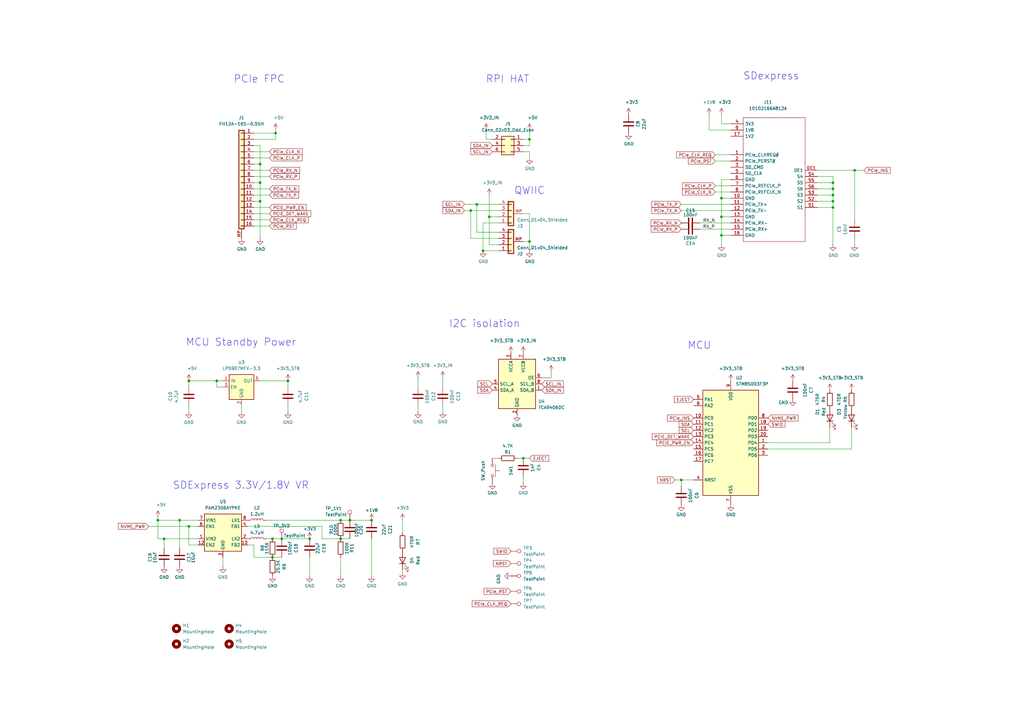
<source format=kicad_sch>
(kicad_sch (version 20231120) (generator "eeschema") (generator_version "8.0")
  (paper "A3")
  (title_block (title "Micro SDexpress Hat for RPI5") (date "2025-07-26") (rev "1.0") (company "Will Whang"))
  (lib_symbols
    (symbol "10102166A812A:10102166A812A" (pin_names (offset 0.762))
      (property "Reference" "J11" (at 39.37 6.3186 0))
      (property "Value" "10102166A812A" (at 39.37 3.7786 0))
      (symbol "10102166A812A_0_0"
        (pin passive line (at 59.69 -21.59 180) (length 5.08) (name "DE1") (number "DE1"))
        (pin passive line (at 59.69 -36.83 180) (length 5.08) (name "S1") (number "S1"))
        (pin passive line (at 59.69 -34.29 180) (length 5.08) (name "S2") (number "S2"))
        (pin passive line (at 59.69 -31.75 180) (length 5.08) (name "S3") (number "S3"))
        (pin passive line (at 59.69 -24.13 180) (length 5.08) (name "S4") (number "S4"))
        (pin passive line (at 59.69 -26.67 180) (length 5.08) (name "S5") (number "S5"))
        (pin passive line (at 59.69 -29.21 180) (length 5.08) (name "S6") (number "S6"))
      )
      (symbol "10102166A812A_1_0"
        (pin passive line (at 24.13 -15.24 0) (length 5.08) (name "PCIe_CLKREQ#") (number "1"))
        (pin passive line (at 24.13 -33.02 0) (length 5.08) (name "GND") (number "10"))
        (pin passive line (at 24.13 -35.56 0) (length 5.08) (name "PCIe_TX+") (number "11"))
        (pin passive line (at 24.13 -38.1 0) (length 5.08) (name "PCIe_TX-") (number "12"))
        (pin passive line (at 24.13 -40.64 0) (length 5.08) (name "GND") (number "13"))
        (pin passive line (at 24.13 -43.18 0) (length 5.08) (name "PCIe_RX-") (number "14"))
        (pin passive line (at 24.13 -45.72 0) (length 5.08) (name "PCIe_RX+") (number "15"))
        (pin passive line (at 24.13 -48.26 0) (length 5.08) (name "GND") (number "16"))
        (pin passive line (at 24.13 -7.62 0) (length 5.08) (name "1V2") (number "17"))
        (pin passive line (at 24.13 -17.78 0) (length 5.08) (name "PCIe_PERST#") (number "2"))
        (pin passive line (at 24.13 -20.32 0) (length 5.08) (name "SD_CMD") (number "3"))
        (pin passive line (at 24.13 -2.54 0) (length 5.08) (name "3V3") (number "4"))
        (pin passive line (at 24.13 -22.86 0) (length 5.08) (name "SD_CLK") (number "5"))
        (pin passive line (at 24.13 -25.4 0) (length 5.08) (name "GND") (number "6"))
        (pin passive line (at 24.13 -27.94 0) (length 5.08) (name "PCIe_REFCLK_P") (number "7"))
        (pin passive line (at 24.13 -30.48 0) (length 5.08) (name "PCIe_REFCLK_N") (number "8"))
        (pin passive line (at 24.13 -5.08 0) (length 5.08) (name "1V8") (number "9"))
      )
    )
    (symbol "Connector:TestPoint" (pin_numbers hide) (pin_names (offset 0.762) hide)
      (property "Reference" "TP" (at 0 6.858 0))
      (property "Value" "TestPoint" (at 0 5.08 0))
      (symbol "TestPoint_1_1"
        (pin passive line (at 0 0 90) (length 2.54) (name "1") (number "1"))
      )
    )
    (symbol "Connector_Generic:Conn_02x03_Odd_Even" (pin_names (offset 1.016) hide)
      (property "Reference" "J" (at 1.27 5.08 0))
      (property "Value" "Conn_02x03_Odd_Even" (at 1.27 -5.08 0))
      (symbol "Conn_02x03_Odd_Even_1_1"
        (pin passive line (at -5.08 2.54 0) (length 3.81) (name "Pin_1") (number "1"))
        (pin passive line (at 7.62 2.54 180) (length 3.81) (name "Pin_2") (number "2"))
        (pin passive line (at -5.08 0 0) (length 3.81) (name "Pin_3") (number "3"))
        (pin passive line (at 7.62 0 180) (length 3.81) (name "Pin_4") (number "4"))
        (pin passive line (at -5.08 -2.54 0) (length 3.81) (name "Pin_5") (number "5"))
        (pin passive line (at 7.62 -2.54 180) (length 3.81) (name "Pin_6") (number "6"))
      )
    )
    (symbol "Connector_Generic_Shielded:Conn_01x04_Shielded" (pin_names (offset 1.016) hide)
      (property "Reference" "J?" (at 2.54 0.0001 0))
      (property "Value" "Conn_01x04_Shielded" (at 2.54 -2.5399 0))
      (symbol "Conn_01x04_Shielded_1_1"
        (pin passive line (at -5.08 2.54 0) (length 4.064) (name "Pin_1") (number "1"))
        (pin passive line (at -5.08 0 0) (length 4.064) (name "Pin_2") (number "2"))
        (pin passive line (at -5.08 -2.54 0) (length 4.064) (name "Pin_3") (number "3"))
        (pin passive line (at -5.08 -5.08 0) (length 4.064) (name "Pin_4") (number "4"))
        (pin passive line (at 5.08 -1.27 180) (length 3.81) (name "Shield") (number "MP"))
      )
    )
    (symbol "Connector_Generic_Shielded:Conn_01x16_Shielded" (pin_names (offset 1.016) hide)
      (property "Reference" "J?" (at 0 24.13 0))
      (property "Value" "Conn_01x16_Shielded" (at 0 21.59 0))
      (symbol "Conn_01x16_Shielded_1_1"
        (pin passive line (at -5.08 17.78 0) (length 4.064) (name "Pin_1") (number "1"))
        (pin passive line (at -5.08 -5.08 0) (length 4.064) (name "Pin_10") (number "10"))
        (pin passive line (at -5.08 -7.62 0) (length 4.064) (name "Pin_11") (number "11"))
        (pin passive line (at -5.08 -10.16 0) (length 4.064) (name "Pin_12") (number "12"))
        (pin passive line (at -5.08 -12.7 0) (length 4.064) (name "Pin_13") (number "13"))
        (pin passive line (at -5.08 -15.24 0) (length 4.064) (name "Pin_14") (number "14"))
        (pin passive line (at -5.08 -17.78 0) (length 4.064) (name "Pin_15") (number "15"))
        (pin passive line (at -5.08 -20.32 0) (length 4.064) (name "Pin_16") (number "16"))
        (pin passive line (at -5.08 15.24 0) (length 4.064) (name "Pin_2") (number "2"))
        (pin passive line (at -5.08 12.7 0) (length 4.064) (name "Pin_3") (number "3"))
        (pin passive line (at -5.08 10.16 0) (length 4.064) (name "Pin_4") (number "4"))
        (pin passive line (at -5.08 7.62 0) (length 4.064) (name "Pin_5") (number "5"))
        (pin passive line (at -5.08 5.08 0) (length 4.064) (name "Pin_6") (number "6"))
        (pin passive line (at -5.08 2.54 0) (length 4.064) (name "Pin_7") (number "7"))
        (pin passive line (at -5.08 0 0) (length 4.064) (name "Pin_8") (number "8"))
        (pin passive line (at -5.08 -2.54 0) (length 4.064) (name "Pin_9") (number "9"))
        (pin passive line (at 0 -25.4 90) (length 3.81) (name "Shield") (number "MP"))
      )
    )
    (symbol "Device:C" (pin_numbers hide) (pin_names (offset 0.254))
      (property "Reference" "C" (at 0.635 2.54 0))
      (property "Value" "C" (at 0.635 -2.54 0))
      (symbol "C_1_1"
        (pin passive line (at 0 3.81 270) (length 2.794) (name "~") (number "1"))
        (pin passive line (at 0 -3.81 90) (length 2.794) (name "~") (number "2"))
      )
    )
    (symbol "Device:L" (pin_numbers hide) (pin_names (offset 1.016) hide)
      (property "Reference" "L" (at -1.27 0 90))
      (property "Value" "L" (at 1.905 0 90))
      (symbol "L_1_1"
        (pin passive line (at 0 3.81 270) (length 1.27) (name "1") (number "1"))
        (pin passive line (at 0 -3.81 90) (length 1.27) (name "2") (number "2"))
      )
    )
    (symbol "Device:LED" (pin_numbers hide) (pin_names (offset 1.016) hide)
      (property "Reference" "D" (at 0 2.54 0))
      (property "Value" "LED" (at 0 -2.54 0))
      (symbol "LED_1_1"
        (pin passive line (at -3.81 0 0) (length 2.54) (name "K") (number "1"))
        (pin passive line (at 3.81 0 180) (length 2.54) (name "A") (number "2"))
      )
    )
    (symbol "Device:R" (pin_numbers hide) (pin_names (offset 0))
      (property "Reference" "R" (at 2.032 0 90))
      (property "Value" "R" (at 0 0 90))
      (symbol "R_1_1"
        (pin passive line (at 0 3.81 270) (length 1.27) (name "~") (number "1"))
        (pin passive line (at 0 -3.81 90) (length 1.27) (name "~") (number "2"))
      )
    )
    (symbol "Interface:TCA9406DC"
      (property "Reference" "U" (at -7.62 11.43 0))
      (property "Value" "TCA9406DC" (at 5.08 11.43 0))
      (symbol "TCA9406DC_1_1"
        (pin bidirectional line (at 10.16 -2.54 180) (length 2.54) (name "SDA_B") (number "1"))
        (pin power_in line (at 0 -12.7 90) (length 2.54) (name "GND") (number "2"))
        (pin power_in line (at -2.54 12.7 270) (length 2.54) (name "VCCA") (number "3"))
        (pin bidirectional line (at -10.16 -2.54 0) (length 2.54) (name "SDA_A") (number "4"))
        (pin bidirectional line (at -10.16 0 0) (length 2.54) (name "SCL_A") (number "5"))
        (pin input line (at 10.16 2.54 180) (length 2.54) (name "OE") (number "6"))
        (pin power_in line (at 2.54 12.7 270) (length 2.54) (name "VCCB") (number "7"))
        (pin bidirectional line (at 10.16 0 180) (length 2.54) (name "SCL_B") (number "8"))
      )
    )
    (symbol "MCU_ST_STM8:STM8S003F3P"
      (property "Reference" "U?" (at 2.0194 26.67 0))
      (property "Value" "STM8S003F3P" (at 2.0194 24.13 0))
      (symbol "STM8S003F3P_1_1"
        (pin bidirectional line (at 15.24 0 180) (length 3.81) (name "PD4") (number "1"))
        (pin bidirectional line (at -15.24 10.16 0) (length 3.81) (name "PC0") (number "10"))
        (pin bidirectional line (at -15.24 7.62 0) (length 3.81) (name "PC1") (number "11"))
        (pin bidirectional line (at -15.24 5.08 0) (length 3.81) (name "PC2") (number "12"))
        (pin bidirectional line (at -15.24 2.54 0) (length 3.81) (name "PC3") (number "13"))
        (pin bidirectional line (at -15.24 0 0) (length 3.81) (name "PC4") (number "14"))
        (pin bidirectional line (at -15.24 -2.54 0) (length 3.81) (name "PC5") (number "15"))
        (pin bidirectional line (at -15.24 -5.08 0) (length 3.81) (name "PC6") (number "16"))
        (pin bidirectional line (at -15.24 -7.62 0) (length 3.81) (name "PC7") (number "17"))
        (pin bidirectional line (at 15.24 7.62 180) (length 3.81) (name "PD1") (number "18"))
        (pin bidirectional line (at 15.24 5.08 180) (length 3.81) (name "PD2") (number "19"))
        (pin bidirectional line (at 15.24 -2.54 180) (length 3.81) (name "PD5") (number "2"))
        (pin bidirectional line (at 15.24 2.54 180) (length 3.81) (name "PD3") (number "20"))
        (pin bidirectional line (at 15.24 -5.08 180) (length 3.81) (name "PD6") (number "3"))
        (pin input line (at -15.24 -15.24 0) (length 3.81) (name "NRST") (number "4"))
        (pin bidirectional line (at -15.24 17.78 0) (length 3.81) (name "PA1") (number "5"))
        (pin bidirectional line (at -15.24 15.24 0) (length 3.81) (name "PA2") (number "6"))
        (pin power_in line (at 0 -25.4 90) (length 3.81) (name "VSS") (number "7"))
        (pin passive line (at 15.24 10.16 180) (length 3.81) (name "PD0") (number "8"))
        (pin power_in line (at 0 25.4 270) (length 3.81) (name "VDD") (number "9"))
      )
    )
    (symbol "Mechanical:MountingHole" (pin_names (offset 1.016))
      (property "Reference" "H" (at 0 5.08 0))
      (property "Value" "MountingHole" (at 0 3.175 0))
    )
    (symbol "Regulator_Linear:LP5907MFX-3.3"
      (property "Reference" "U" (at -3.81 6.35 0))
      (property "Value" "LP5907MFX-3.3" (at 6.35 6.35 0))
      (symbol "LP5907MFX-3.3_0_1"
        (pin power_in line (at -7.62 2.54 0) (length 2.54) (name "IN") (number "1"))
        (pin power_in line (at 0 -7.62 90) (length 2.54) (name "GND") (number "2"))
        (pin input line (at -7.62 0 0) (length 2.54) (name "EN") (number "3"))
        (pin no_connect line (at 5.08 0 180) (length 2.54) hide (name "NC") (number "4"))
        (pin power_out line (at 7.62 2.54 180) (length 2.54) (name "OUT") (number "5"))
      )
    )
    (symbol "Regulator_Switching:PAM2306AYPKE"
      (property "Reference" "U" (at 0 11.43 0))
      (property "Value" "PAM2306AYPKE" (at 0 8.89 0))
      (symbol "PAM2306AYPKE_1_1"
        (pin power_in line (at -10.16 -2.54 0) (length 2.54) (name "VIN2") (number "1"))
        (pin input line (at 10.16 -5.08 180) (length 2.54) (name "FB2") (number "10"))
        (pin no_connect line (at 7.62 0 180) (length 2.54) hide (name "NC2") (number "11"))
        (pin input line (at -10.16 -5.08 0) (length 2.54) (name "EN2") (number "12"))
        (pin passive line (at 0 -10.16 90) (length 2.54) hide (name "GND") (number "13"))
        (pin output line (at 10.16 -2.54 180) (length 2.54) (name "LX2") (number "2"))
        (pin power_in line (at 0 -10.16 90) (length 2.54) (name "GND") (number "3"))
        (pin input line (at 10.16 2.54 180) (length 2.54) (name "FB1") (number "4"))
        (pin no_connect line (at -7.62 0 0) (length 2.54) hide (name "NC1") (number "5"))
        (pin input line (at -10.16 2.54 0) (length 2.54) (name "EN1") (number "6"))
        (pin power_in line (at -10.16 5.08 0) (length 2.54) (name "VIN1") (number "7"))
        (pin output line (at 10.16 5.08 180) (length 2.54) (name "LX1") (number "8"))
        (pin passive line (at 0 -10.16 90) (length 2.54) hide (name "GND") (number "9"))
      )
    )
    (symbol "Switch:SW_Push" (pin_numbers hide) (pin_names (offset 1.016) hide)
      (property "Reference" "SW" (at 1.27 2.54 0))
      (property "Value" "SW_Push" (at 0 -1.524 0))
      (symbol "SW_Push_0_1"
        (pin passive line (at -5.08 0 0) (length 2.54) (name "1") (number "1"))
        (pin passive line (at 5.08 0 180) (length 2.54) (name "2") (number "2"))
      )
    )
    (symbol "power:+1V8" (power) (pin_numbers hide) (pin_names (offset 0) hide)
      (property "Value" "+1V8" (at 0 3.556 0))
      (symbol "+1V8_1_1"
        (pin power_in line (at 0 0 90) (length 0) (name "~") (number "1"))
      )
    )
    (symbol "power:+3V3" (power) (pin_names (offset 0))
      (property "Value" "+3V3" (at 0 3.556 0))
      (symbol "+3V3_1_1"
        (pin power_in line (at 0 0 90) (length 0) hide (name "+3V3") (number "1"))
      )
    )
    (symbol "power:+3V3_IN" (power) (pin_names (offset 0))
      (property "Value" "+3V3_IN" (at 0 3.556 0))
      (symbol "+3V3_IN_1_1"
        (pin power_in line (at 0 0 90) (length 0) hide (name "+3V3_IN") (number "1"))
      )
    )
    (symbol "power:+3V3_STB" (power) (pin_names (offset 0))
      (property "Value" "+3V3_STB" (at 0 3.556 0))
      (symbol "+3V3_STB_1_1"
        (pin power_in line (at 0 0 90) (length 0) hide (name "+3V3_STB") (number "1"))
      )
    )
    (symbol "power:+5V" (power) (pin_names (offset 0))
      (property "Value" "+5V" (at 0 3.556 0))
      (symbol "+5V_1_1"
        (pin power_in line (at 0 0 90) (length 0) hide (name "+5V") (number "1"))
      )
    )
    (symbol "power:GND" (power) (pin_names (offset 0))
      (property "Value" "GND" (at 0 -3.81 0))
      (symbol "GND_1_1"
        (pin power_in line (at 0 0 270) (length 0) hide (name "GND") (number "1"))
      )
    )
  )
  (junction (at 200.66 88.9))
  (junction (at 106.68 74.93))
  (junction (at 113.03 54.61))
  (junction (at 350.52 69.85))
  (junction (at 127 220.98))
  (junction (at 106.68 82.55))
  (junction (at 152.4 213.36))
  (junction (at 77.47 215.9))
  (junction (at 64.77 213.36))
  (junction (at 341.63 74.93))
  (junction (at 77.47 156.21))
  (junction (at 217.17 99.06))
  (junction (at 115.57 220.98))
  (junction (at 111.76 220.98))
  (junction (at 198.12 102.87))
  (junction (at 341.63 77.47))
  (junction (at 193.04 86.36))
  (junction (at 106.68 67.31))
  (junction (at 341.63 82.55))
  (junction (at 341.63 85.09))
  (junction (at 73.66 213.36))
  (junction (at 295.91 96.52))
  (junction (at 139.7 220.98))
  (junction (at 195.58 83.82))
  (junction (at 88.9 156.21))
  (junction (at 279.4 196.85))
  (junction (at 295.91 88.9))
  (junction (at 295.91 81.28))
  (junction (at 118.11 156.21))
  (junction (at 217.17 57.15))
  (junction (at 111.76 228.6))
  (junction (at 67.31 220.98))
  (junction (at 214.63 187.96))
  (junction (at 139.7 213.36))
  (junction (at 341.63 80.01))
  (junction (at 143.51 213.36))
  (wire (pts (xy 77.47 166.37) (xy 77.47 168.91)))
  (wire (pts (xy 214.63 59.69) (xy 217.17 59.69)))
  (wire (pts (xy 152.4 220.98) (xy 152.4 236.22)))
  (wire (pts (xy 127 228.6) (xy 127 236.22)))
  (wire (pts (xy 341.63 80.01) (xy 341.63 82.55)))
  (wire (pts (xy 104.14 77.47) (xy 110.49 77.47)))
  (wire (pts (xy 214.63 62.23) (xy 217.17 62.23)))
  (wire (pts (xy 204.47 91.44) (xy 198.12 91.44)))
  (wire (pts (xy 139.7 228.6) (xy 139.7 236.22)))
  (wire (pts (xy 77.47 223.52) (xy 81.28 223.52)))
  (wire (pts (xy 350.52 69.85) (xy 350.52 90.17)))
  (wire (pts (xy 88.9 158.75) (xy 88.9 156.21)))
  (wire (pts (xy 99.06 166.37) (xy 99.06 168.91)))
  (wire (pts (xy 341.63 82.55) (xy 341.63 85.09)))
  (wire (pts (xy 101.6 215.9) (xy 132.08 215.9)))
  (wire (pts (xy 60.96 215.9) (xy 77.47 215.9)))
  (wire (pts (xy 113.03 57.15) (xy 113.03 54.61)))
  (wire (pts (xy 335.28 85.09) (xy 341.63 85.09)))
  (wire (pts (xy 350.52 69.85) (xy 354.33 69.85)))
  (wire (pts (xy 295.91 81.28) (xy 295.91 88.9)))
  (wire (pts (xy 341.63 74.93) (xy 341.63 77.47)))
  (wire (pts (xy 340.36 181.61) (xy 340.36 175.26)))
  (wire (pts (xy 199.39 57.15) (xy 199.39 53.34)))
  (wire (pts (xy 139.7 213.36) (xy 143.51 213.36)))
  (wire (pts (xy 217.17 57.15) (xy 217.17 53.34)))
  (wire (pts (xy 64.77 213.36) (xy 73.66 213.36)))
  (wire (pts (xy 335.28 69.85) (xy 350.52 69.85)))
  (wire (pts (xy 109.22 213.36) (xy 139.7 213.36)))
  (wire (pts (xy 287.02 93.98) (xy 299.72 93.98)))
  (wire (pts (xy 217.17 87.63) (xy 217.17 99.06)))
  (wire (pts (xy 335.28 77.47) (xy 341.63 77.47)))
  (wire (pts (xy 204.47 86.36) (xy 193.04 86.36)))
  (wire (pts (xy 295.91 73.66) (xy 299.72 73.66)))
  (wire (pts (xy 279.4 196.85) (xy 279.4 199.39)))
  (wire (pts (xy 73.66 213.36) (xy 81.28 213.36)))
  (wire (pts (xy 104.14 80.01) (xy 110.49 80.01)))
  (wire (pts (xy 132.08 215.9) (xy 132.08 220.98)))
  (wire (pts (xy 104.14 57.15) (xy 113.03 57.15)))
  (wire (pts (xy 109.22 220.98) (xy 111.76 220.98)))
  (wire (pts (xy 198.12 102.87) (xy 204.47 102.87)))
  (wire (pts (xy 200.66 100.33) (xy 204.47 100.33)))
  (wire (pts (xy 299.72 53.34) (xy 290.83 53.34)))
  (wire (pts (xy 341.63 85.09) (xy 341.63 100.33)))
  (wire (pts (xy 314.96 181.61) (xy 340.36 181.61)))
  (wire (pts (xy 104.14 85.09) (xy 110.49 85.09)))
  (wire (pts (xy 118.11 156.21) (xy 118.11 158.75)))
  (wire (pts (xy 171.45 154.94) (xy 171.45 158.75)))
  (wire (pts (xy 104.14 62.23) (xy 110.49 62.23)))
  (wire (pts (xy 201.93 187.96) (xy 204.47 187.96)))
  (wire (pts (xy 115.57 220.98) (xy 127 220.98)))
  (wire (pts (xy 181.61 166.37) (xy 181.61 168.91)))
  (wire (pts (xy 91.44 158.75) (xy 88.9 158.75)))
  (wire (pts (xy 104.14 223.52) (xy 104.14 228.6)))
  (wire (pts (xy 198.12 91.44) (xy 198.12 102.87)))
  (wire (pts (xy 106.68 74.93) (xy 106.68 82.55)))
  (wire (pts (xy 295.91 88.9) (xy 295.91 96.52)))
  (wire (pts (xy 165.1 213.36) (xy 165.1 218.44)))
  (wire (pts (xy 214.63 99.06) (xy 217.17 99.06)))
  (wire (pts (xy 295.91 50.8) (xy 295.91 46.99)))
  (wire (pts (xy 200.66 80.01) (xy 200.66 88.9)))
  (wire (pts (xy 341.63 77.47) (xy 341.63 80.01)))
  (wire (pts (xy 335.28 74.93) (xy 341.63 74.93)))
  (wire (pts (xy 113.03 54.61) (xy 113.03 53.34)))
  (wire (pts (xy 67.31 220.98) (xy 81.28 220.98)))
  (wire (pts (xy 181.61 154.94) (xy 181.61 158.75)))
  (wire (pts (xy 201.93 57.15) (xy 199.39 57.15)))
  (wire (pts (xy 67.31 220.98) (xy 67.31 224.79)))
  (wire (pts (xy 104.14 67.31) (xy 106.68 67.31)))
  (wire (pts (xy 293.37 66.04) (xy 299.72 66.04)))
  (wire (pts (xy 295.91 73.66) (xy 295.91 81.28)))
  (wire (pts (xy 111.76 228.6) (xy 115.57 228.6)))
  (wire (pts (xy 222.25 154.94) (xy 226.06 154.94)))
  (wire (pts (xy 104.14 92.71) (xy 110.49 92.71)))
  (wire (pts (xy 106.68 59.69) (xy 106.68 67.31)))
  (wire (pts (xy 104.14 228.6) (xy 111.76 228.6)))
  (wire (pts (xy 193.04 86.36) (xy 193.04 97.79)))
  (wire (pts (xy 77.47 156.21) (xy 88.9 156.21)))
  (wire (pts (xy 214.63 187.96) (xy 217.17 187.96)))
  (wire (pts (xy 190.5 86.36) (xy 193.04 86.36)))
  (wire (pts (xy 143.51 213.36) (xy 152.4 213.36)))
  (wire (pts (xy 67.31 220.98) (xy 64.77 220.98)))
  (wire (pts (xy 217.17 59.69) (xy 217.17 57.15)))
  (wire (pts (xy 64.77 213.36) (xy 64.77 212.09)))
  (wire (pts (xy 73.66 213.36) (xy 73.66 224.79)))
  (wire (pts (xy 104.14 87.63) (xy 110.49 87.63)))
  (wire (pts (xy 293.37 63.5) (xy 299.72 63.5)))
  (wire (pts (xy 104.14 64.77) (xy 110.49 64.77)))
  (wire (pts (xy 200.66 88.9) (xy 204.47 88.9)))
  (wire (pts (xy 299.72 50.8) (xy 295.91 50.8)))
  (wire (pts (xy 287.02 91.44) (xy 299.72 91.44)))
  (wire (pts (xy 132.08 220.98) (xy 139.7 220.98)))
  (wire (pts (xy 279.4 83.82) (xy 299.72 83.82)))
  (wire (pts (xy 226.06 154.94) (xy 226.06 152.4)))
  (wire (pts (xy 214.63 57.15) (xy 217.17 57.15)))
  (wire (pts (xy 295.91 96.52) (xy 295.91 100.33)))
  (wire (pts (xy 77.47 156.21) (xy 77.47 158.75)))
  (wire (pts (xy 276.86 196.85) (xy 279.4 196.85)))
  (wire (pts (xy 88.9 156.21) (xy 91.44 156.21)))
  (wire (pts (xy 290.83 53.34) (xy 290.83 46.99)))
  (wire (pts (xy 111.76 220.98) (xy 115.57 220.98)))
  (wire (pts (xy 335.28 80.01) (xy 341.63 80.01)))
  (wire (pts (xy 165.1 233.68) (xy 165.1 234.95)))
  (wire (pts (xy 335.28 82.55) (xy 341.63 82.55)))
  (wire (pts (xy 295.91 96.52) (xy 299.72 96.52)))
  (wire (pts (xy 193.04 97.79) (xy 204.47 97.79)))
  (wire (pts (xy 349.25 184.15) (xy 349.25 175.26)))
  (wire (pts (xy 104.14 90.17) (xy 110.49 90.17)))
  (wire (pts (xy 104.14 69.85) (xy 110.49 69.85)))
  (wire (pts (xy 214.63 195.58) (xy 214.63 198.12)))
  (wire (pts (xy 77.47 223.52) (xy 77.47 215.9)))
  (wire (pts (xy 314.96 184.15) (xy 349.25 184.15)))
  (wire (pts (xy 212.09 187.96) (xy 214.63 187.96)))
  (wire (pts (xy 104.14 74.93) (xy 106.68 74.93)))
  (wire (pts (xy 195.58 95.25) (xy 204.47 95.25)))
  (wire (pts (xy 217.17 99.06) (xy 217.17 102.87)))
  (wire (pts (xy 104.14 54.61) (xy 113.03 54.61)))
  (wire (pts (xy 77.47 215.9) (xy 81.28 215.9)))
  (wire (pts (xy 139.7 220.98) (xy 143.51 220.98)))
  (wire (pts (xy 335.28 72.39) (xy 341.63 72.39)))
  (wire (pts (xy 91.44 228.6) (xy 91.44 232.41)))
  (wire (pts (xy 341.63 72.39) (xy 341.63 74.93)))
  (wire (pts (xy 284.48 196.85) (xy 279.4 196.85)))
  (wire (pts (xy 195.58 83.82) (xy 195.58 95.25)))
  (wire (pts (xy 101.6 223.52) (xy 104.14 223.52)))
  (wire (pts (xy 106.68 82.55) (xy 106.68 97.79)))
  (wire (pts (xy 299.72 81.28) (xy 295.91 81.28)))
  (wire (pts (xy 104.14 82.55) (xy 106.68 82.55)))
  (wire (pts (xy 106.68 156.21) (xy 118.11 156.21)))
  (wire (pts (xy 118.11 166.37) (xy 118.11 168.91)))
  (wire (pts (xy 293.37 78.74) (xy 299.72 78.74)))
  (wire (pts (xy 217.17 62.23) (xy 217.17 64.77)))
  (wire (pts (xy 293.37 76.2) (xy 299.72 76.2)))
  (wire (pts (xy 279.4 86.36) (xy 299.72 86.36)))
  (wire (pts (xy 104.14 72.39) (xy 110.49 72.39)))
  (wire (pts (xy 200.66 88.9) (xy 200.66 100.33)))
  (wire (pts (xy 106.68 67.31) (xy 106.68 74.93)))
  (wire (pts (xy 171.45 166.37) (xy 171.45 168.91)))
  (wire (pts (xy 295.91 88.9) (xy 299.72 88.9)))
  (wire (pts (xy 64.77 220.98) (xy 64.77 213.36)))
  (wire (pts (xy 190.5 83.82) (xy 195.58 83.82)))
  (wire (pts (xy 204.47 83.82) (xy 195.58 83.82)))
  (wire (pts (xy 104.14 59.69) (xy 106.68 59.69)))
  (wire (pts (xy 350.52 97.79) (xy 350.52 100.33)))
  (wire (pts (xy 214.63 87.63) (xy 217.17 87.63)))
  (text "MCU" (at 281.94 143.51 0) (effects (font (size 3 3)) (justify left bottom)))
  (text "QWIIC" (at 223.52 80.01 0) (effects (font (size 3 3)) (justify right bottom)))
  (text "PCIe FPC" (at 116.84 34.29 0) (effects (font (size 3 3)) (justify right bottom)))
  (text "MCU Standby Power" (at 76.2 142.24 0) (effects (font (size 3 3)) (justify left bottom)))
  (text "I2C isolation" (at 184.15 134.62 0) (effects (font (size 3 3)) (justify left bottom)))
  (text "SDexpress" (at 304.8 33.02 0) (effects (font (size 3 3)) (justify left bottom)))
  (text "SDExpress 3.3V/1.8V VR" (at 70.866 200.914 0) (effects (font (size 3 3)) (justify left bottom)))
  (text "RPI HAT" (at 217.17 34.29 0) (effects (font (size 3 3)) (justify right bottom)))
  (label "RX_P" (at 288.29 93.98 0))
  (label "RX_N" (at 288.29 91.44 0))
  (global_label "PCIe_TX_N" (shape input) (at 279.4 86.36 180) (property "Intersheetrefs" "${INTERSHEET_REFS}" (effects (hide yes))))
  (global_label "PCIe_CLK_N" (shape input) (at 110.49 62.23 0) (property "Intersheetrefs" "${INTERSHEET_REFS}" (effects (hide yes))))
  (global_label "SCL_IN" (shape input) (at 201.93 62.23 180) (property "Intersheetrefs" "${INTERSHEET_REFS}" (effects (hide yes))))
  (global_label "SDA_IN" (shape input) (at 222.25 160.02 0) (property "Intersheetrefs" "${INTERSHEET_REFS}" (effects (hide yes))))
  (global_label "PCIe_INS" (shape input) (at 284.48 171.45 180) (property "Intersheetrefs" "${INTERSHEET_REFS}" (effects (hide yes))))
  (global_label "PCIe_RST" (shape input) (at 209.55 242.57 180) (property "Intersheetrefs" "${INTERSHEET_REFS}" (effects (hide yes))))
  (global_label "PCIe_TX_P" (shape input) (at 279.4 83.82 180) (property "Intersheetrefs" "${INTERSHEET_REFS}" (effects (hide yes))))
  (global_label "PCIe_CLK_REQ" (shape input) (at 209.55 247.65 180) (property "Intersheetrefs" "${INTERSHEET_REFS}" (effects (hide yes))))
  (global_label "SCL_IN" (shape input) (at 190.5 83.82 180) (property "Intersheetrefs" "${INTERSHEET_REFS}" (effects (hide yes))))
  (global_label "NVME_PWR" (shape input) (at 60.96 215.9 180) (property "Intersheetrefs" "${INTERSHEET_REFS}" (effects (hide yes))))
  (global_label "PCIe_TX_P" (shape input) (at 110.49 80.01 0) (property "Intersheetrefs" "${INTERSHEET_REFS}" (effects (hide yes))))
  (global_label "SCL" (shape input) (at 284.48 176.53 180) (property "Intersheetrefs" "${INTERSHEET_REFS}" (effects (hide yes))))
  (global_label "PCIe_RST" (shape input) (at 293.37 66.04 180) (property "Intersheetrefs" "${INTERSHEET_REFS}" (effects (hide yes))))
  (global_label "PCIe_RX_P" (shape input) (at 279.4 93.98 180) (property "Intersheetrefs" "${INTERSHEET_REFS}" (effects (hide yes))))
  (global_label "SCL" (shape input) (at 201.93 157.48 180) (property "Intersheetrefs" "${INTERSHEET_REFS}" (effects (hide yes))))
  (global_label "PCIe_CLK_REQ" (shape input) (at 110.49 90.17 0) (property "Intersheetrefs" "${INTERSHEET_REFS}" (effects (hide yes))))
  (global_label "PCIe_TX_N" (shape input) (at 110.49 77.47 0) (property "Intersheetrefs" "${INTERSHEET_REFS}" (effects (hide yes))))
  (global_label "PCIE_DET_WAKE" (shape input) (at 284.48 179.07 180) (property "Intersheetrefs" "${INTERSHEET_REFS}" (effects (hide yes))))
  (global_label "SDA" (shape input) (at 284.48 173.99 180) (property "Intersheetrefs" "${INTERSHEET_REFS}" (effects (hide yes))))
  (global_label "SDA_IN" (shape input) (at 201.93 59.69 180) (property "Intersheetrefs" "${INTERSHEET_REFS}" (effects (hide yes))))
  (global_label "NVME_PWR" (shape input) (at 314.96 171.45 0) (property "Intersheetrefs" "${INTERSHEET_REFS}" (effects (hide yes))))
  (global_label "PCIE_PWR_EN" (shape input) (at 284.48 181.61 180) (property "Intersheetrefs" "${INTERSHEET_REFS}" (effects (hide yes))))
  (global_label "PCIe_CLK_REQ" (shape input) (at 293.37 63.5 180) (property "Intersheetrefs" "${INTERSHEET_REFS}" (effects (hide yes))))
  (global_label "NRST" (shape input) (at 209.55 231.14 180) (property "Intersheetrefs" "${INTERSHEET_REFS}" (effects (hide yes))))
  (global_label "PCIE_PWR_EN" (shape input) (at 110.49 85.09 0) (property "Intersheetrefs" "${INTERSHEET_REFS}" (effects (hide yes))))
  (global_label "EJECT" (shape input) (at 217.17 187.96 0) (property "Intersheetrefs" "${INTERSHEET_REFS}" (effects (hide yes))))
  (global_label "PCIe_RST" (shape input) (at 110.49 92.71 0) (property "Intersheetrefs" "${INTERSHEET_REFS}" (effects (hide yes))))
  (global_label "SCL_IN" (shape input) (at 222.25 157.48 0) (property "Intersheetrefs" "${INTERSHEET_REFS}" (effects (hide yes))))
  (global_label "PCIe_CLK_N" (shape input) (at 293.37 78.74 180) (property "Intersheetrefs" "${INTERSHEET_REFS}" (effects (hide yes))))
  (global_label "PCIe_CLK_P" (shape input) (at 293.37 76.2 180) (property "Intersheetrefs" "${INTERSHEET_REFS}" (effects (hide yes))))
  (global_label "SWIO" (shape input) (at 314.96 173.99 0) (property "Intersheetrefs" "${INTERSHEET_REFS}" (effects (hide yes))))
  (global_label "EJECT" (shape input) (at 284.48 163.83 180) (property "Intersheetrefs" "${INTERSHEET_REFS}" (effects (hide yes))))
  (global_label "PCIe_RX_P" (shape input) (at 110.49 72.39 0) (property "Intersheetrefs" "${INTERSHEET_REFS}" (effects (hide yes))))
  (global_label "NRST" (shape input) (at 276.86 196.85 180) (property "Intersheetrefs" "${INTERSHEET_REFS}" (effects (hide yes))))
  (global_label "PCIe_RX_N" (shape input) (at 110.49 69.85 0) (property "Intersheetrefs" "${INTERSHEET_REFS}" (effects (hide yes))))
  (global_label "SDA_IN" (shape input) (at 190.5 86.36 180) (property "Intersheetrefs" "${INTERSHEET_REFS}" (effects (hide yes))))
  (global_label "PCIe_CLK_P" (shape input) (at 110.49 64.77 0) (property "Intersheetrefs" "${INTERSHEET_REFS}" (effects (hide yes))))
  (global_label "SDA" (shape input) (at 201.93 160.02 180) (property "Intersheetrefs" "${INTERSHEET_REFS}" (effects (hide yes))))
  (global_label "SWIO" (shape input) (at 209.55 226.06 180) (property "Intersheetrefs" "${INTERSHEET_REFS}" (effects (hide yes))))
  (global_label "PCIE_DET_WAKE" (shape input) (at 110.49 87.63 0) (property "Intersheetrefs" "${INTERSHEET_REFS}" (effects (hide yes))))
  (global_label "PCIe_INS" (shape input) (at 354.33 69.85 0) (property "Intersheetrefs" "${INTERSHEET_REFS}" (effects (hide yes))))
  (global_label "PCIe_RX_N" (shape input) (at 279.4 91.44 180) (property "Intersheetrefs" "${INTERSHEET_REFS}" (effects (hide yes))))
  (symbol (lib_id "power:GND") (at 198.12 102.87 0) (unit 1)
    (property "Reference" "#PWR013" (effects (hide yes)))
    (property "Value" "GND" (at 198.247 107.2642 0))
  )
  (symbol (lib_id "power:+3V3_STB") (at 340.36 160.02 0) (unit 1)
    (property "Reference" "#PWR0109" (effects (hide yes)))
    (property "Value" "+3V3_STB" (at 340.36 154.94 0))
  )
  (symbol (lib_id "power:GND") (at 127 236.22 0) (unit 1)
    (property "Reference" "#PWR07" (effects (hide yes)))
    (property "Value" "GND" (at 127 240.284 0))
  )
  (symbol (lib_id "power:+5V") (at 64.77 212.09 0) (unit 1)
    (property "Reference" "#PWR01" (effects (hide yes)))
    (property "Value" "+5V" (at 66.04 207.01 0))
  )
  (symbol (lib_id "power:GND") (at 77.47 168.91 0) (unit 1)
    (property "Reference" "#PWR0107" (effects (hide yes)))
    (property "Value" "GND" (at 77.47 173.228 0))
  )
  (symbol (lib_id "Device:C") (at 350.52 93.98 0) (mirror y) (unit 1)
    (property "Reference" "C5" (at 344.17 93.98 90))
    (property "Value" "10nF" (at 346.71 93.98 90))
    (property "Footprint" "Capacitor_SMD:C_0402_1005Metric" (effects (hide yes)))
  )
  (symbol (lib_id "Device:C") (at 152.4 217.17 0) (unit 1)
    (property "Reference" "C21" (at 160.02 217.17 90))
    (property "Value" "22uF" (at 157.48 217.17 90))
    (property "Footprint" "Capacitor_SMD:C_0603_1608Metric" (effects (hide yes)))
  )
  (symbol (lib_id "power:GND") (at 217.17 64.77 0) (unit 1)
    (property "Reference" "#PWR0153" (effects (hide yes)))
    (property "Value" "GND" (at 217.297 69.1642 0))
  )
  (symbol (lib_id "Device:C") (at 115.57 224.79 0) (unit 1)
    (property "Reference" "C18" (at 121.412 224.79 90))
    (property "Value" "100pF" (at 118.872 224.79 90))
    (property "Footprint" "Capacitor_SMD:C_0402_1005Metric" (effects (hide yes)))
  )
  (symbol (lib_id "power:+3V3_STB") (at 209.55 144.78 0) (unit 1)
    (property "Reference" "#PWR0144" (effects (hide yes)))
    (property "Value" "+3V3_STB" (at 205.74 139.7 0))
  )
  (symbol (lib_id "power:GND") (at 152.4 236.22 0) (unit 1)
    (property "Reference" "#PWR010" (effects (hide yes)))
    (property "Value" "GND" (at 152.4 240.284 0))
  )
  (symbol (lib_id "Device:LED") (at 349.25 171.45 90) (unit 1)
    (property "Reference" "D3" (at 344.17 168.91 0))
    (property "Value" "Yellow" (at 346.71 168.91 0))
    (property "Footprint" "LED_SMD:LED_0603_1608Metric" (effects (hide yes)))
  )
  (symbol (lib_id "Device:C") (at 283.21 91.44 90) (mirror x) (unit 1)
    (property "Reference" "C15" (at 283.21 86.36 90))
    (property "Value" "100nF" (at 283.21 88.138 90))
    (property "Footprint" "Capacitor_SMD:C_0402_1005Metric" (effects (hide yes)))
  )
  (symbol (lib_id "10102166A812A:10102166A812A") (at 275.59 48.26 0) (unit 1)
    (property "Reference" "J11" (at 314.96 41.9414 0))
    (property "Value" "10102166A812A" (at 314.96 44.4814 0))
    (property "Footprint" "10102166A812A" (effects (hide yes)))
    (property "Datasheet" "https://cdn.amphenol-cs.com/media/wysiwyg/files/documentation/datasheet/inputoutput/io_micro_sd_express.pdf" (effects (hide yes)))
    (property "Description_1" "Micro SD express, 3 in 1 solution, push pull type, 30uin. gold, Height=1.55mm" (effects (hide yes)))
    (property "Height" "1.65" (effects (hide yes)))
    (property "Manufacturer_Name" "Amphenol Communications Solutions" (effects (hide yes)))
    (property "Manufacturer_Part_Number" "10102166A812A" (effects (hide yes)))
  )
  (symbol (lib_id "Connector_Generic_Shielded:Conn_01x04_Shielded") (at 209.55 88.9 0) (mirror x) (unit 1)
    (property "Reference" "J3" (at 212.09 92.71 0) (effects (justify left)))
    (property "Value" "Conn_01x04_Shielded" (at 212.09 90.17 0) (effects (justify left)))
    (property "Footprint" "Connector_JST:JST_SH_SM04B-SRSS-TB_1x04-1MP_P1.00mm_Horizontal" (effects (hide yes)))
  )
  (symbol (lib_id "power:GND") (at 214.63 198.12 0) (unit 1)
    (property "Reference" "#PWR0103" (effects (hide yes)))
    (property "Value" "GND" (at 214.63 202.184 0))
  )
  (symbol (lib_id "power:+3V3_STB") (at 325.12 156.21 0) (unit 1)
    (property "Reference" "#PWR0148" (effects (hide yes)))
    (property "Value" "+3V3_STB" (at 325.12 151.13 0))
  )
  (symbol (lib_id "Device:C") (at 325.12 160.02 0) (unit 1)
    (property "Reference" "C7" (at 332.74 160.02 90))
    (property "Value" "100nF" (at 330.2 160.02 90))
    (property "Footprint" "Capacitor_SMD:C_0402_1005Metric" (effects (hide yes)))
  )
  (symbol (lib_id "power:GND") (at 67.31 232.41 0) (unit 1)
    (property "Reference" "#PWR02" (effects (hide yes)))
    (property "Value" "GND" (at 67.31 236.728 0))
  )
  (symbol (lib_id "Device:C") (at 257.81 50.8 180) (unit 1)
    (property "Reference" "C8" (at 261.62 50.8 90))
    (property "Value" "22uF" (at 264.16 50.8 90))
    (property "Footprint" "Capacitor_SMD:C_0805_2012Metric" (effects (hide yes)))
  )
  (symbol (lib_id "power:+3V3_STB") (at 226.06 152.4 0) (unit 1)
    (property "Reference" "#PWR0150" (effects (hide yes)))
    (property "Value" "+3V3_STB" (at 227.33 147.32 0))
  )
  (symbol (lib_id "power:GND") (at 217.17 102.87 0) (unit 1)
    (property "Reference" "#PWR012" (effects (hide yes)))
    (property "Value" "GND" (at 217.297 107.2642 0))
  )
  (symbol (lib_id "power:+3V3_STB") (at 299.72 156.21 0) (unit 1)
    (property "Reference" "#PWR0149" (effects (hide yes)))
    (property "Value" "+3V3_STB" (at 299.72 151.13 0))
  )
  (symbol (lib_id "power:GND") (at 201.93 198.12 0) (mirror y) (unit 1)
    (property "Reference" "#PWR0104" (effects (hide yes)))
    (property "Value" "GND" (at 201.93 202.184 0))
  )
  (symbol (lib_id "Connector:TestPoint") (at 209.55 231.14 270) (unit 1)
    (property "Reference" "TP4" (at 214.63 229.87 90) (effects (justify left)))
    (property "Value" "TestPoint" (at 214.63 232.41 90) (effects (justify left)))
    (property "Footprint" "TestPoint:TestPoint_Pad_D1.0mm" (effects (hide yes)))
  )
  (symbol (lib_id "power:+3V3_STB") (at 118.11 156.21 0) (unit 1)
    (property "Reference" "#PWR0147" (effects (hide yes)))
    (property "Value" "+3V3_STB" (at 118.11 151.13 0))
  )
  (symbol (lib_id "Device:C") (at 73.66 228.6 180) (unit 1)
    (property "Reference" "C17" (at 77.47 228.6 90))
    (property "Value" "10uF" (at 79.248 228.6 90))
    (property "Footprint" "Capacitor_SMD:C_0603_1608Metric" (effects (hide yes)))
  )
  (symbol (lib_id "Connector_Generic_Shielded:Conn_01x04_Shielded") (at 209.55 100.33 0) (mirror x) (unit 1)
    (property "Reference" "J2" (at 212.09 104.14 0) (effects (justify left)))
    (property "Value" "Conn_01x04_Shielded" (at 212.09 101.6 0) (effects (justify left)))
    (property "Footprint" "Connector_JST:JST_SH_SM04B-SRSS-TB_1x04-1MP_P1.00mm_Horizontal" (effects (hide yes)))
  )
  (symbol (lib_id "Connector:TestPoint") (at 209.55 247.65 270) (unit 1)
    (property "Reference" "TP7" (at 214.63 246.38 90) (effects (justify left)))
    (property "Value" "TestPoint" (at 214.63 248.92 90) (effects (justify left)))
    (property "Footprint" "TestPoint:TestPoint_Pad_D1.0mm" (effects (hide yes)))
  )
  (symbol (lib_id "power:GND") (at 325.12 163.83 0) (unit 1)
    (property "Reference" "#PWR0114" (effects (hide yes)))
    (property "Value" "GND" (at 321.31 165.1 0))
  )
  (symbol (lib_id "Mechanical:MountingHole") (at 93.98 257.81 0) (unit 1)
    (property "Reference" "H4" (at 96.52 256.5399 0) (effects (justify left)))
    (property "Value" "MountingHole" (at 96.52 259.0799 0) (effects (justify left)))
    (property "Footprint" "MountingHole:MountingHole_2.7mm_M2.5" (effects (hide yes)))
  )
  (symbol (lib_id "Regulator_Switching:PAM2306AYPKE") (at 91.44 218.44 0) (unit 1)
    (property "Reference" "U5" (at 91.44 205.74 0))
    (property "Value" "PAM2306AYPKE" (at 91.44 208.28 0))
    (property "Footprint" "Package_DFN_QFN:WDFN-12-1EP_3x3mm_P0.45mm_EP1.7x2.5mm" (effects (hide yes)))
    (property "Datasheet" "https://www.diodes.com/assets/Datasheets/PAM2306.pdf" (effects (hide yes)))
  )
  (symbol (lib_id "power:GND") (at 73.66 232.41 0) (unit 1)
    (property "Reference" "#PWR03" (effects (hide yes)))
    (property "Value" "GND" (at 73.66 236.728 0))
  )
  (symbol (lib_id "Device:C") (at 67.31 228.6 180) (unit 1)
    (property "Reference" "C16" (at 61.468 228.6 90))
    (property "Value" "10uF" (at 63.5 228.6 90))
    (property "Footprint" "Capacitor_SMD:C_0603_1608Metric" (effects (hide yes)))
  )
  (symbol (lib_id "power:+5V") (at 113.03 53.34 0) (unit 1)
    (property "Reference" "#PWR0101" (effects (hide yes)))
    (property "Value" "+5V" (at 114.3 48.26 0))
  )
  (symbol (lib_id "power:+3V3") (at 257.81 46.99 0) (unit 1)
    (property "Reference" "#PWR0133" (effects (hide yes)))
    (property "Value" "+3V3" (at 259.08 41.91 0))
  )
  (symbol (lib_id "power:GND") (at 257.81 54.61 0) (unit 1)
    (property "Reference" "#PWR0134" (effects (hide yes)))
    (property "Value" "GND" (at 257.937 59.0042 0))
  )
  (symbol (lib_id "Device:R") (at 111.76 232.41 0) (unit 1)
    (property "Reference" "R9" (at 116.586 232.41 90))
    (property "Value" "25.5K" (at 114.046 232.41 90))
    (property "Footprint" "Resistor_SMD:R_0402_1005Metric" (effects (hide yes)))
  )
  (symbol (lib_id "Interface:TCA9406DC") (at 212.09 157.48 0) (unit 1)
    (property "Reference" "U4" (at 220.726 164.592 0) (effects (justify left)))
    (property "Value" "TCA9406DC" (at 220.726 167.132 0) (effects (justify left)))
    (property "Footprint" "footprints:TCA9406DCUR" (effects (hide yes)))
    (property "Datasheet" "www.ti.com/lit/ds/symlink/tca9406.pdf" (effects (hide yes)))
  )
  (symbol (lib_id "Connector_Generic:Conn_02x03_Odd_Even") (at 209.55 59.69 0) (mirror y) (unit 1)
    (property "Reference" "J5" (at 208.28 50.8 0))
    (property "Value" "Conn_02x03_Odd_Even" (at 208.28 53.34 0))
    (property "Footprint" "Connector_PinSocket_2.54mm:PinSocket_2x03_P2.54mm_Vertical" (effects (hide yes)))
  )
  (symbol (lib_id "Device:C") (at 171.45 162.56 0) (unit 1)
    (property "Reference" "C12" (at 177.8 162.56 90))
    (property "Value" "100nF" (at 175.26 162.56 90))
    (property "Footprint" "Capacitor_SMD:C_0402_1005Metric" (effects (hide yes)))
  )
  (symbol (lib_id "Connector:TestPoint") (at 209.55 226.06 270) (unit 1)
    (property "Reference" "TP3" (at 214.63 224.79 90) (effects (justify left)))
    (property "Value" "TestPoint" (at 214.63 227.33 90) (effects (justify left)))
    (property "Footprint" "TestPoint:TestPoint_Pad_D1.0mm" (effects (hide yes)))
  )
  (symbol (lib_id "power:GND") (at 111.76 236.22 0) (unit 1)
    (property "Reference" "#PWR05" (effects (hide yes)))
    (property "Value" "GND" (at 111.76 240.284 0))
  )
  (symbol (lib_id "Mechanical:MountingHole") (at 72.39 257.81 0) (unit 1)
    (property "Reference" "H1" (at 74.93 256.5399 0) (effects (justify left)))
    (property "Value" "MountingHole" (at 74.93 259.0799 0) (effects (justify left)))
    (property "Footprint" "MountingHole:MountingHole_2.7mm_M2.5" (effects (hide yes)))
  )
  (symbol (lib_id "power:GND") (at 212.09 170.18 0) (unit 1)
    (property "Reference" "#PWR0143" (effects (hide yes)))
    (property "Value" "GND" (at 212.09 174.498 0))
  )
  (symbol (lib_id "Connector:TestPoint") (at 209.55 242.57 270) (unit 1)
    (property "Reference" "TP6" (at 214.63 241.3 90) (effects (justify left)))
    (property "Value" "TestPoint" (at 214.63 243.84 90) (effects (justify left)))
    (property "Footprint" "TestPoint:TestPoint_Pad_D1.0mm" (effects (hide yes)))
  )
  (symbol (lib_id "power:GND") (at 171.45 168.91 0) (unit 1)
    (property "Reference" "#PWR0139" (effects (hide yes)))
    (property "Value" "GND" (at 171.45 172.974 0))
  )
  (symbol (lib_id "power:+5V") (at 77.47 156.21 0) (unit 1)
    (property "Reference" "#PWR0108" (effects (hide yes)))
    (property "Value" "+5V" (at 78.74 151.13 0))
  )
  (symbol (lib_id "power:+3V3_STB") (at 171.45 154.94 0) (unit 1)
    (property "Reference" "#PWR0138" (effects (hide yes)))
    (property "Value" "+3V3_STB" (at 171.45 149.86 0))
  )
  (symbol (lib_id "power:GND") (at 139.7 236.22 0) (unit 1)
    (property "Reference" "#PWR08" (effects (hide yes)))
    (property "Value" "GND" (at 139.7 240.284 0))
  )
  (symbol (lib_id "Device:C") (at 77.47 162.56 180) (unit 1)
    (property "Reference" "C10" (at 69.85 162.56 90))
    (property "Value" "4.7uF" (at 72.39 162.56 90))
    (property "Footprint" "Capacitor_SMD:C_0603_1608Metric" (effects (hide yes)))
  )
  (symbol (lib_id "power:GND") (at 165.1 234.95 0) (unit 1)
    (property "Reference" "#PWR0129" (effects (hide yes)))
    (property "Value" "GND" (at 165.1 239.522 0))
  )
  (symbol (lib_id "Switch:SW_Push") (at 201.93 193.04 270) (mirror x) (unit 1)
    (property "Reference" "SW1" (at 209.55 193.04 0))
    (property "Value" "SW_Push" (at 198.12 193.04 0))
    (property "Footprint" "Button_Switch_SMD:Panasonic_EVQPUM_EVQPUD" (effects (hide yes)))
  )
  (symbol (lib_id "power:+3V3") (at 295.91 46.99 0) (unit 1)
    (property "Reference" "#PWR0110" (effects (hide yes)))
    (property "Value" "+3V3" (at 297.18 41.91 0))
  )
  (symbol (lib_id "Device:L") (at 105.41 213.36 90) (unit 1)
    (property "Reference" "L2" (at 105.41 208.28 90))
    (property "Value" "1.2uH" (at 105.41 210.82 90))
    (property "Footprint" "Inductor_SMD:L_Vishay_IHLP-1212" (effects (hide yes)))
  )
  (symbol (lib_id "Device:LED") (at 340.36 171.45 90) (unit 1)
    (property "Reference" "D1" (at 335.28 168.91 0))
    (property "Value" "Red" (at 337.82 168.91 0))
    (property "Footprint" "LED_SMD:LED_0603_1608Metric" (effects (hide yes)))
  )
  (symbol (lib_id "power:GND") (at 181.61 168.91 0) (unit 1)
    (property "Reference" "#PWR0140" (effects (hide yes)))
    (property "Value" "GND" (at 181.61 172.974 0))
  )
  (symbol (lib_id "power:+3V3_IN") (at 181.61 154.94 0) (unit 1)
    (property "Reference" "#PWR0141" (effects (hide yes)))
    (property "Value" "+3V3_IN" (at 181.61 149.86 0))
  )
  (symbol (lib_id "power:+3V3_STB") (at 349.25 160.02 0) (unit 1)
    (property "Reference" "#PWR0115" (effects (hide yes)))
    (property "Value" "+3V3_STB" (at 349.25 154.94 0))
  )
  (symbol (lib_id "power:+3V3_IN") (at 200.66 80.01 0) (unit 1)
    (property "Reference" "#PWR011" (effects (hide yes)))
    (property "Value" "+3V3_IN" (at 201.93 74.93 0))
  )
  (symbol (lib_id "Device:C") (at 214.63 191.77 0) (unit 1)
    (property "Reference" "C4" (at 220.98 191.77 90))
    (property "Value" "1nF" (at 218.44 191.77 90))
    (property "Footprint" "Capacitor_SMD:C_0402_1005Metric" (effects (hide yes)))
  )
  (symbol (lib_id "power:+3V3") (at 165.1 213.36 0) (unit 1)
    (property "Reference" "#PWR0128" (effects (hide yes)))
    (property "Value" "+3V3" (at 165.1 208.28 0))
  )
  (symbol (lib_id "Device:R") (at 349.25 163.83 0) (unit 1)
    (property "Reference" "R6" (at 346.71 163.83 90))
    (property "Value" "470R" (at 344.17 163.83 90))
    (property "Footprint" "Resistor_SMD:R_0402_1005Metric" (effects (hide yes)))
  )
  (symbol (lib_id "Device:L") (at 105.41 220.98 90) (unit 1)
    (property "Reference" "L3" (at 105.41 215.9 90))
    (property "Value" "4.7uH" (at 105.41 218.44 90))
    (property "Footprint" "Inductor_SMD:L_Vishay_IHLP-1212" (effects (hide yes)))
  )
  (symbol (lib_id "Device:R") (at 165.1 222.25 0) (unit 1)
    (property "Reference" "R7" (at 171.45 222.25 90))
    (property "Value" "470R" (at 168.91 222.25 90))
    (property "Footprint" "Resistor_SMD:R_0402_1005Metric" (effects (hide yes)))
  )
  (symbol (lib_id "power:GND") (at 209.55 236.22 270) (unit 1)
    (property "Reference" "#PWR0131" (effects (hide yes)))
    (property "Value" "GND" (at 204.47 237.49 0))
  )
  (symbol (lib_id "Connector:TestPoint") (at 209.55 236.22 270) (unit 1)
    (property "Reference" "TP5" (at 214.63 234.95 90) (effects (justify left)))
    (property "Value" "TestPoint" (at 214.63 237.49 90) (effects (justify left)))
    (property "Footprint" "TestPoint:TestPoint_Pad_D1.0mm" (effects (hide yes)))
  )
  (symbol (lib_id "power:GND") (at 299.72 207.01 0) (unit 1)
    (property "Reference" "#PWR0113" (effects (hide yes)))
    (property "Value" "GND" (at 299.72 211.074 0))
  )
  (symbol (lib_id "Device:R") (at 111.76 224.79 0) (unit 1)
    (property "Reference" "R8" (at 107.696 224.79 90))
    (property "Value" "115K" (at 109.474 224.79 90))
    (property "Footprint" "Resistor_SMD:R_0402_1005Metric" (effects (hide yes)))
  )
  (symbol (lib_id "power:GND") (at 118.11 168.91 0) (unit 1)
    (property "Reference" "#PWR0146" (effects (hide yes)))
    (property "Value" "GND" (at 118.11 173.228 0))
  )
  (symbol (lib_id "Device:R") (at 340.36 163.83 0) (unit 1)
    (property "Reference" "R4" (at 337.82 163.83 90))
    (property "Value" "470R" (at 335.28 163.83 90))
    (property "Footprint" "Resistor_SMD:R_0402_1005Metric" (effects (hide yes)))
  )
  (symbol (lib_id "Connector:TestPoint") (at 143.51 213.36 0) (unit 1)
    (property "Reference" "TP_1V1" (at 133.35 208.534 0) (effects (justify left)))
    (property "Value" "TestPoint" (at 133.35 211.074 0) (effects (justify left)))
    (property "Footprint" "TestPoint:TestPoint_Pad_D1.0mm" (effects (hide yes)))
  )
  (symbol (lib_id "power:+5V") (at 217.17 53.34 0) (unit 1)
    (property "Reference" "#PWR0154" (effects (hide yes)))
    (property "Value" "+5V" (at 218.44 48.26 0))
  )
  (symbol (lib_id "power:GND") (at 295.91 100.33 0) (unit 1)
    (property "Reference" "#PWR0117" (effects (hide yes)))
    (property "Value" "GND" (at 296.037 104.7242 0))
  )
  (symbol (lib_id "Device:R") (at 139.7 224.79 0) (unit 1)
    (property "Reference" "R11" (at 144.272 224.79 90))
    (property "Value" "100K" (at 142.24 224.79 90))
    (property "Footprint" "Resistor_SMD:R_0402_1005Metric" (effects (hide yes)))
  )
  (symbol (lib_id "power:+3V3") (at 127 220.98 0) (unit 1)
    (property "Reference" "#PWR0106" (effects (hide yes)))
    (property "Value" "+3V3" (at 127 216.916 0))
  )
  (symbol (lib_id "Mechanical:MountingHole") (at 93.98 264.16 0) (unit 1)
    (property "Reference" "H5" (at 96.52 262.8899 0) (effects (justify left)))
    (property "Value" "MountingHole" (at 96.52 265.4299 0) (effects (justify left)))
    (property "Footprint" "MountingHole:MountingHole_2.7mm_M2.5" (effects (hide yes)))
  )
  (symbol (lib_id "power:+3V3_IN") (at 214.63 144.78 0) (unit 1)
    (property "Reference" "#PWR0142" (effects (hide yes)))
    (property "Value" "+3V3_IN" (at 215.9 139.7 0))
  )
  (symbol (lib_id "Device:C") (at 283.21 93.98 90) (mirror x) (unit 1)
    (property "Reference" "C14" (at 283.21 99.822 90))
    (property "Value" "100nF" (at 283.21 97.536 90))
    (property "Footprint" "Capacitor_SMD:C_0402_1005Metric" (effects (hide yes)))
  )
  (symbol (lib_id "Device:C") (at 118.11 162.56 0) (unit 1)
    (property "Reference" "C11" (at 125.73 162.56 90))
    (property "Value" "4.7uF" (at 123.19 162.56 90))
    (property "Footprint" "Capacitor_SMD:C_0603_1608Metric" (effects (hide yes)))
  )
  (symbol (lib_id "Device:LED") (at 165.1 229.87 90) (unit 1)
    (property "Reference" "D4" (at 168.91 229.87 0))
    (property "Value" "Red" (at 171.45 229.87 0))
    (property "Footprint" "LED_SMD:LED_0603_1608Metric" (effects (hide yes)))
  )
  (symbol (lib_id "Device:C") (at 127 224.79 0) (unit 1)
    (property "Reference" "C19" (at 132.842 224.79 90))
    (property "Value" "22uF" (at 130.302 224.79 90))
    (property "Footprint" "Capacitor_SMD:C_0603_1608Metric" (effects (hide yes)))
  )
  (symbol (lib_id "Device:R") (at 139.7 217.17 0) (unit 1)
    (property "Reference" "R10" (at 135.89 217.17 90))
    (property "Value" "100K" (at 137.668 217.17 90))
    (property "Footprint" "Resistor_SMD:R_0402_1005Metric" (effects (hide yes)))
  )
  (symbol (lib_id "power:+1V8") (at 152.4 213.36 0) (unit 1)
    (property "Reference" "#PWR06" (effects (hide yes)))
    (property "Value" "+1V8" (at 152.4 209.296 0))
    (property "Description" "Power symbol creates a global label with name \"+1V8\"" (effects (hide yes)))
  )
  (symbol (lib_id "power:+1V8") (at 290.83 46.99 0) (unit 1)
    (property "Reference" "#PWR09" (effects (hide yes)))
    (property "Value" "+1V8" (at 290.83 41.91 0))
    (property "Description" "Power symbol creates a global label with name \"+1V8\"" (effects (hide yes)))
  )
  (symbol (lib_id "power:GND") (at 279.4 207.01 0) (unit 1)
    (property "Reference" "#PWR0112" (effects (hide yes)))
    (property "Value" "GND" (at 279.4 211.074 0))
  )
  (symbol (lib_id "Device:C") (at 143.51 217.17 0) (unit 1)
    (property "Reference" "C20" (at 148.082 217.424 90))
    (property "Value" "100pF" (at 146.304 217.424 90))
    (property "Footprint" "Capacitor_SMD:C_0402_1005Metric" (effects (hide yes)))
  )
  (symbol (lib_id "MCU_ST_STM8:STM8S003F3P") (at 299.72 181.61 0) (unit 1)
    (property "Reference" "U2" (at 301.7394 154.94 0) (effects (justify left)))
    (property "Value" "STM8S003F3P" (at 301.7394 157.48 0) (effects (justify left)))
    (property "Footprint" "Package_SO:TSSOP-20_4.4x6.5mm_P0.65mm" (effects (hide yes)))
    (property "Datasheet" "http://www.st.com/st-web-ui/static/active/en/resource/technical/document/datasheet/DM00024550.pdf" (effects (hide yes)))
  )
  (symbol (lib_id "power:GND") (at 91.44 232.41 0) (unit 1)
    (property "Reference" "#PWR04" (effects (hide yes)))
    (property "Value" "GND" (at 91.44 236.728 0))
  )
  (symbol (lib_id "Device:C") (at 181.61 162.56 0) (unit 1)
    (property "Reference" "C13" (at 187.96 162.56 90))
    (property "Value" "100nF" (at 185.42 162.56 90))
    (property "Footprint" "Capacitor_SMD:C_0402_1005Metric" (effects (hide yes)))
  )
  (symbol (lib_id "power:GND") (at 99.06 97.79 0) (unit 1)
    (property "Reference" "#PWR0136" (effects (hide yes)))
    (property "Value" "GND" (at 99.187 102.1842 0))
  )
  (symbol (lib_id "power:GND") (at 99.06 168.91 0) (unit 1)
    (property "Reference" "#PWR0145" (effects (hide yes)))
    (property "Value" "GND" (at 99.06 173.228 0))
  )
  (symbol (lib_id "power:GND") (at 106.68 97.79 0) (unit 1)
    (property "Reference" "#PWR0102" (effects (hide yes)))
    (property "Value" "GND" (at 106.807 102.1842 0))
  )
  (symbol (lib_id "power:+3V3_IN") (at 199.39 53.34 0) (unit 1)
    (property "Reference" "#PWR0152" (effects (hide yes)))
    (property "Value" "+3V3_IN" (at 200.66 48.26 0))
  )
  (symbol (lib_id "Device:R") (at 208.28 187.96 270) (unit 1)
    (property "Reference" "R1" (at 208.28 185.42 90))
    (property "Value" "4.7K" (at 208.28 182.88 90))
    (property "Footprint" "Resistor_SMD:R_0402_1005Metric" (effects (hide yes)))
  )
  (symbol (lib_id "Connector:TestPoint") (at 115.57 220.98 0) (unit 1)
    (property "Reference" "TP_3V2" (at 112.014 215.646 0) (effects (justify left)))
    (property "Value" "TestPoint" (at 116.332 219.71 0) (effects (justify left)))
    (property "Footprint" "TestPoint:TestPoint_Pad_D1.0mm" (effects (hide yes)))
  )
  (symbol (lib_id "Connector_Generic_Shielded:Conn_01x16_Shielded") (at 99.06 72.39 0) (mirror y) (unit 1)
    (property "Reference" "J1" (at 99.06 48.26 0))
    (property "Value" "FH12A-16S-0.5SH" (at 99.06 50.8 0))
    (property "Footprint" "Connector_FFC-FPC:Hirose_FH12-16S-0.5SH_1x16-1MP_P0.50mm_Horizontal" (effects (hide yes)))
  )
  (symbol (lib_id "Mechanical:MountingHole") (at 72.39 264.16 0) (unit 1)
    (property "Reference" "H2" (at 74.93 262.8899 0) (effects (justify left)))
    (property "Value" "MountingHole" (at 74.93 265.4299 0) (effects (justify left)))
    (property "Footprint" "MountingHole:MountingHole_2.7mm_M2.5" (effects (hide yes)))
  )
  (symbol (lib_id "Device:C") (at 279.4 203.2 0) (unit 1)
    (property "Reference" "C6" (at 285.75 203.2 90))
    (property "Value" "100nF" (at 283.21 203.2 90))
    (property "Footprint" "Capacitor_SMD:C_0402_1005Metric" (effects (hide yes)))
  )
  (symbol (lib_id "Regulator_Linear:LP5907MFX-3.3") (at 99.06 158.75 0) (unit 1)
    (property "Reference" "U3" (at 99.06 148.59 0))
    (property "Value" "LP5907MFX-3.3" (at 99.06 151.13 0))
    (property "Footprint" "Package_TO_SOT_SMD:SOT-23-5" (effects (hide yes)))
    (property "Datasheet" "http://www.ti.com/lit/ds/symlink/lp5907.pdf" (effects (hide yes)))
  )
  (symbol (lib_id "power:GND") (at 341.63 100.33 0) (unit 1)
    (property "Reference" "#PWR0116" (effects (hide yes)))
    (property "Value" "GND" (at 341.757 104.7242 0))
  )
  (symbol (lib_id "power:GND") (at 350.52 100.33 0) (mirror y) (unit 1)
    (property "Reference" "#PWR0105" (effects (hide yes)))
    (property "Value" "GND" (at 350.393 104.7242 0))
  )
)
</source>
